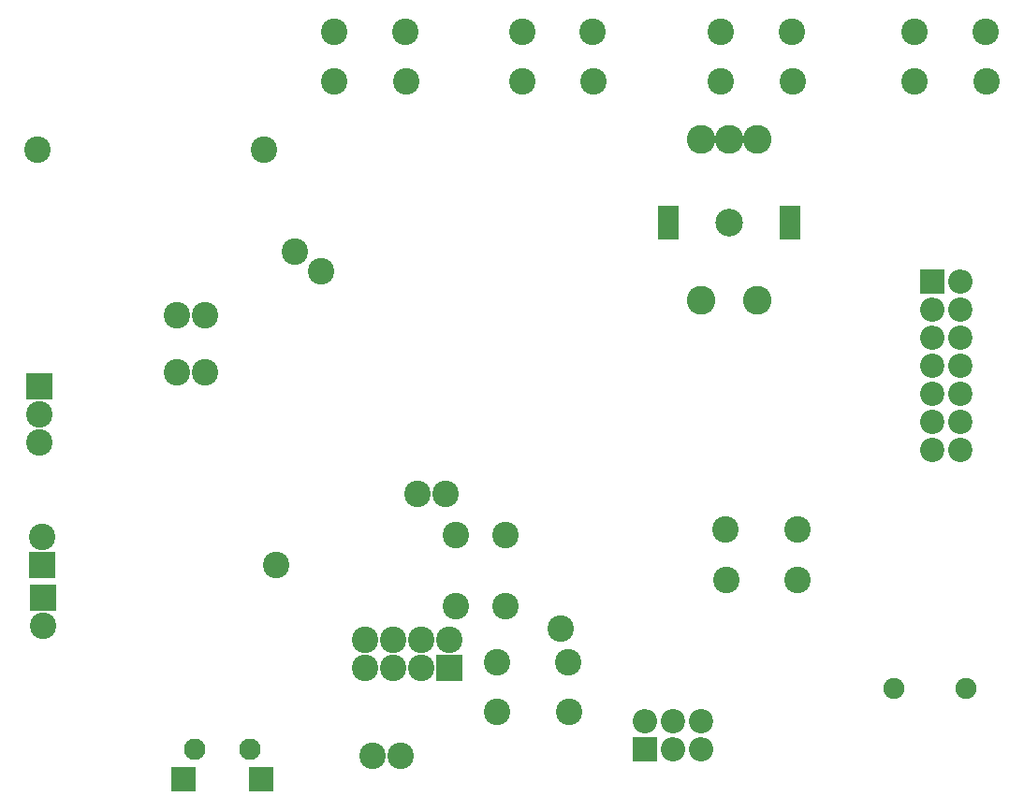
<source format=gts>
G04 #@! TF.FileFunction,Soldermask,Top*
%FSLAX46Y46*%
G04 Gerber Fmt 4.6, Leading zero omitted, Abs format (unit mm)*
G04 Created by KiCad (PCBNEW 4.0.4+dfsg1-stable) date Tue Mar  7 15:21:03 2017*
%MOMM*%
%LPD*%
G01*
G04 APERTURE LIST*
%ADD10C,0.100000*%
%ADD11C,2.400000*%
%ADD12R,2.200000X2.200000*%
%ADD13O,2.200000X2.200000*%
%ADD14C,2.200000*%
%ADD15C,1.900000*%
%ADD16R,2.400000X2.400000*%
%ADD17C,2.500000*%
%ADD18C,2.600000*%
%ADD19R,1.950000X3.050000*%
%ADD20C,1.950000*%
%ADD21R,2.300000X2.300000*%
G04 APERTURE END LIST*
D10*
D11*
X42752100Y19248800D03*
X42752100Y25751200D03*
X47247900Y19325000D03*
X47247900Y25751200D03*
X4950000Y60600000D03*
X25450000Y60600000D03*
X17580000Y40450000D03*
X20120000Y40450000D03*
X17530000Y45650000D03*
X20070000Y45650000D03*
X39280000Y29450000D03*
X41820000Y29450000D03*
D12*
X85850000Y48650000D03*
D13*
X88390000Y48650000D03*
X85850000Y46110000D03*
D14*
X88390000Y46110000D03*
D13*
X85850000Y43570000D03*
D14*
X88390000Y43570000D03*
X85850000Y41030000D03*
X88390000Y41030000D03*
X85850000Y38490000D03*
X88390000Y38490000D03*
X85850000Y35950000D03*
X88390000Y35950000D03*
X85850000Y33410000D03*
X88390000Y33410000D03*
D15*
X82400000Y11850000D03*
X88900000Y11850000D03*
D12*
X59900000Y6300000D03*
D13*
X59900000Y8840000D03*
X62440000Y6300000D03*
D14*
X62440000Y8840000D03*
D13*
X64980000Y6300000D03*
D14*
X64980000Y8840000D03*
D16*
X5350000Y23050000D03*
D11*
X5350000Y25590000D03*
D16*
X5400000Y20050000D03*
D11*
X5400000Y17510000D03*
D17*
X67500000Y54000000D03*
D18*
X67500000Y61500000D03*
X70000000Y61500000D03*
X65000000Y61500000D03*
X70000000Y47000000D03*
X65000000Y47000000D03*
D19*
X73025000Y54000000D03*
X61975000Y54000000D03*
D16*
X42200000Y13700000D03*
D11*
X42200000Y16240000D03*
X39660000Y13700000D03*
X39660000Y16240000D03*
X37120000Y13700000D03*
X37120000Y16240000D03*
X34580000Y13700000D03*
X34580000Y16240000D03*
X52250000Y17250000D03*
X26550000Y23000000D03*
X35230000Y5750000D03*
X37770000Y5750000D03*
D16*
X5100000Y39150000D03*
D11*
X5100000Y36610000D03*
X5100000Y34070000D03*
X90751200Y66752100D03*
X84248800Y66752100D03*
X90675000Y71247900D03*
X84248800Y71247900D03*
X73251200Y66752100D03*
X66748800Y66752100D03*
X73175000Y71247900D03*
X66748800Y71247900D03*
X55251200Y66752100D03*
X48748800Y66752100D03*
X55175000Y71247900D03*
X48748800Y71247900D03*
X38251200Y66752100D03*
X31748800Y66752100D03*
X38175000Y71247900D03*
X31748800Y71247900D03*
X67198800Y26197900D03*
X73701200Y26197900D03*
X67275000Y21702100D03*
X73701200Y21702100D03*
X53001200Y9752100D03*
X46498800Y9752100D03*
X52925000Y14247900D03*
X46498800Y14247900D03*
X28200000Y51400000D03*
X30600000Y49600000D03*
D20*
X24127080Y6347280D03*
X19127080Y6347280D03*
D21*
X18127080Y3647280D03*
X25127080Y3647280D03*
M02*

</source>
